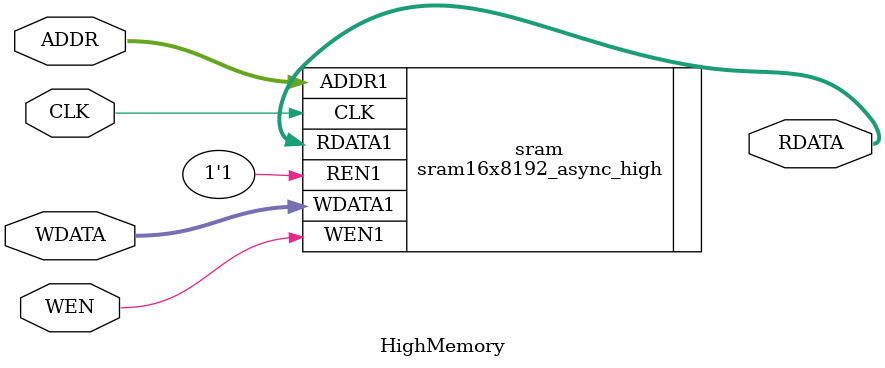
<source format=v>
module LowMemory 
#(
   parameter MEMORY_HALFADDRESS_BITS = 12,
   parameter INSTRUCTION_HALFADDRESS_BITS = 32
)
(
	input wire CLK,
	input wire[MEMORY_HALFADDRESS_BITS-2:0] ADDR,
	input wire WEN,
	output wire[15:0] RDATA,
	input wire[15:0] WDATA
);

sram16x8192_async_low sram(
    .CLK(CLK),
    .RDATA1(RDATA),
    .WDATA1(WDATA),
    .ADDR1(ADDR),
    .WEN1(WEN),
    .REN1(1'b1));

/*reg[15:0] rfs[0:8191];
initial $readmemh("../hdl/a_l.hex", rfs);
assign RDATA = rfs[ADDR];
always @(posedge CLK) begin
	if (WEN) begin
		rfs[ADDR] <= WDATA;
	end
end*/

endmodule

module HighMemory
#(
   parameter MEMORY_HALFADDRESS_BITS = 10,
   parameter INSTRUCTION_HALFADDRESS_BITS = 32
)
(
	input wire CLK,
	input wire[MEMORY_HALFADDRESS_BITS-2:0] ADDR,
	input wire WEN,
	output wire[15:0] RDATA,
	input wire[15:0] WDATA
);

sram16x8192_async_high sram(
    .CLK(CLK),
    .RDATA1(RDATA),
    .WDATA1(WDATA),
    .ADDR1(ADDR),
    .WEN1(WEN),
    .REN1(1'b1));

/*reg[15:0] rfs[0:8191];
initial $readmemh("../hdl/a_h.hex", rfs);
assign RDATA = rfs[ADDR];
always @(posedge CLK) begin
	if (WEN) begin
		rfs[ADDR] <= WDATA;
	end
end*/

endmodule

</source>
